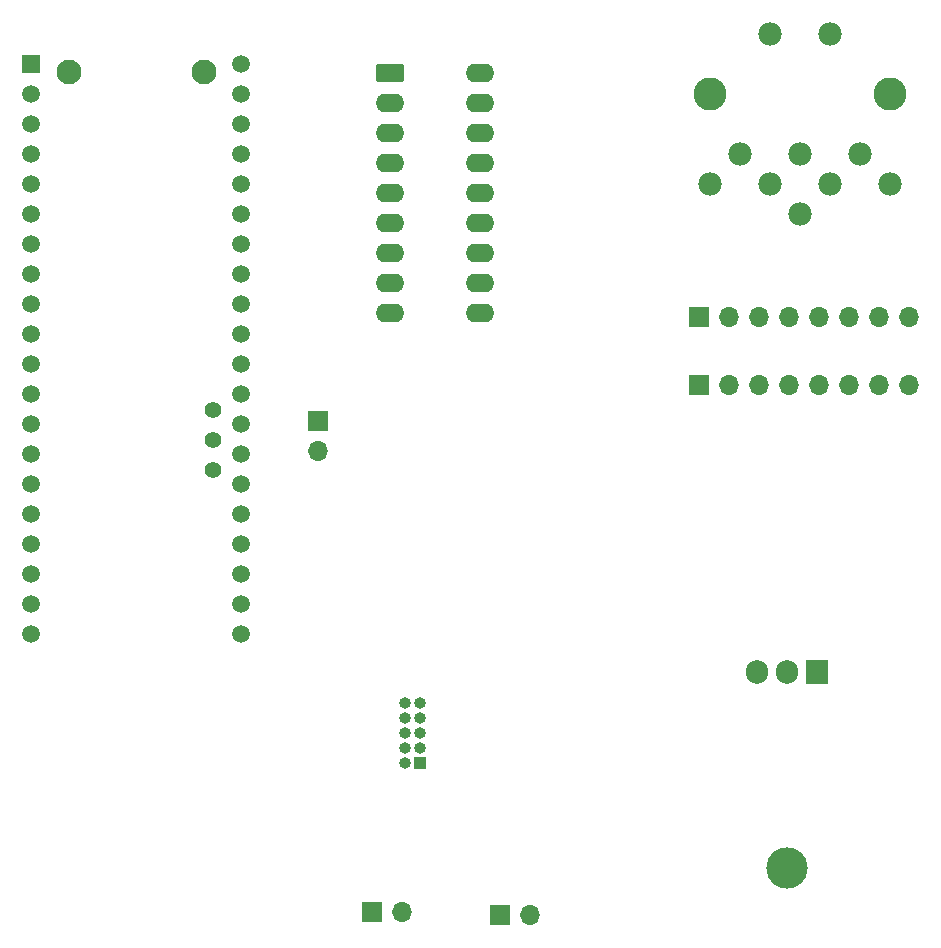
<source format=gbr>
%TF.GenerationSoftware,KiCad,Pcbnew,9.0.0-9.0.0-2~ubuntu24.04.1*%
%TF.CreationDate,2025-03-08T17:31:25+00:00*%
%TF.ProjectId,g5500-net-interface,67353530-302d-46e6-9574-2d696e746572,rev?*%
%TF.SameCoordinates,Original*%
%TF.FileFunction,Soldermask,Bot*%
%TF.FilePolarity,Negative*%
%FSLAX46Y46*%
G04 Gerber Fmt 4.6, Leading zero omitted, Abs format (unit mm)*
G04 Created by KiCad (PCBNEW 9.0.0-9.0.0-2~ubuntu24.04.1) date 2025-03-08 17:31:25*
%MOMM*%
%LPD*%
G01*
G04 APERTURE LIST*
G04 Aperture macros list*
%AMRoundRect*
0 Rectangle with rounded corners*
0 $1 Rounding radius*
0 $2 $3 $4 $5 $6 $7 $8 $9 X,Y pos of 4 corners*
0 Add a 4 corners polygon primitive as box body*
4,1,4,$2,$3,$4,$5,$6,$7,$8,$9,$2,$3,0*
0 Add four circle primitives for the rounded corners*
1,1,$1+$1,$2,$3*
1,1,$1+$1,$4,$5*
1,1,$1+$1,$6,$7*
1,1,$1+$1,$8,$9*
0 Add four rect primitives between the rounded corners*
20,1,$1+$1,$2,$3,$4,$5,0*
20,1,$1+$1,$4,$5,$6,$7,0*
20,1,$1+$1,$6,$7,$8,$9,0*
20,1,$1+$1,$8,$9,$2,$3,0*%
G04 Aperture macros list end*
%ADD10R,1.700000X1.700000*%
%ADD11O,1.700000X1.700000*%
%ADD12C,3.500000*%
%ADD13R,1.905000X2.000000*%
%ADD14O,1.905000X2.000000*%
%ADD15C,1.981200*%
%ADD16C,2.794000*%
%ADD17RoundRect,0.250000X-0.950000X-0.550000X0.950000X-0.550000X0.950000X0.550000X-0.950000X0.550000X0*%
%ADD18O,2.400000X1.600000*%
%ADD19C,1.508000*%
%ADD20R,1.508000X1.508000*%
%ADD21C,2.100000*%
%ADD22C,1.422400*%
%ADD23R,1.000000X1.000000*%
%ADD24O,1.000000X1.000000*%
G04 APERTURE END LIST*
D10*
%TO.C,J6*%
X100050000Y-64970000D03*
D11*
X102590000Y-64970000D03*
X105130000Y-64970000D03*
X107670000Y-64970000D03*
X110210000Y-64970000D03*
X112750000Y-64970000D03*
X115290000Y-64970000D03*
X117830000Y-64970000D03*
%TD*%
D10*
%TO.C,J5*%
X100050000Y-70670000D03*
D11*
X102590000Y-70670000D03*
X105130000Y-70670000D03*
X107670000Y-70670000D03*
X110210000Y-70670000D03*
X112750000Y-70670000D03*
X115290000Y-70670000D03*
X117830000Y-70670000D03*
%TD*%
D12*
%TO.C,U3*%
X107500000Y-111630000D03*
D13*
X110040000Y-94970000D03*
D14*
X107500000Y-94970000D03*
X104960000Y-94970000D03*
%TD*%
D15*
%TO.C,J2*%
X108630000Y-51150000D03*
X103550000Y-51150000D03*
X113710000Y-51150000D03*
X106090000Y-53690000D03*
X111170000Y-53690000D03*
X116250000Y-53690000D03*
X108630000Y-56230000D03*
X101010000Y-53690000D03*
X106090000Y-40990000D03*
X111170000Y-40990000D03*
D16*
X116250000Y-46070000D03*
X101010000Y-46070000D03*
%TD*%
D17*
%TO.C,U4*%
X73900000Y-44300000D03*
D18*
X73900000Y-46840000D03*
X73900000Y-49380000D03*
X73900000Y-51920000D03*
X73900000Y-54460000D03*
X73900000Y-57000000D03*
X73900000Y-59540000D03*
X73900000Y-62080000D03*
X73900000Y-64620000D03*
X81520000Y-64620000D03*
X81520000Y-62080000D03*
X81520000Y-59540000D03*
X81520000Y-57000000D03*
X81520000Y-54460000D03*
X81520000Y-51920000D03*
X81520000Y-49380000D03*
X81520000Y-46840000D03*
X81520000Y-44300000D03*
%TD*%
D19*
%TO.C,U1*%
X61300000Y-91800000D03*
X43520000Y-91800000D03*
X61300000Y-89259970D03*
X43520000Y-89259970D03*
X61300000Y-86719970D03*
X43520000Y-86719970D03*
X61300000Y-84179970D03*
X43520000Y-84179970D03*
X61300000Y-81639970D03*
X43520000Y-81639970D03*
X61300000Y-79099969D03*
X43520000Y-79099969D03*
X61300000Y-76559970D03*
X43520000Y-76559970D03*
X61300000Y-74019970D03*
X43520000Y-74019970D03*
X61300000Y-71479970D03*
X43520000Y-71479970D03*
X61300000Y-68940000D03*
X43520000Y-68940000D03*
X61300000Y-66400000D03*
X43520000Y-66400000D03*
X61300000Y-63860000D03*
X43520000Y-63860000D03*
X61300000Y-61320000D03*
X43520000Y-61320000D03*
X61300000Y-58780000D03*
X43520000Y-58780000D03*
X61300000Y-56240000D03*
X43520000Y-56240000D03*
X61300000Y-53700000D03*
X43520000Y-53700000D03*
X61300000Y-51160000D03*
X43520000Y-51160000D03*
X61300000Y-48620000D03*
X43520000Y-48620000D03*
X61300000Y-46080000D03*
X43520000Y-46080000D03*
X61300000Y-43540000D03*
D20*
X43520000Y-43540000D03*
D21*
X58110020Y-44169900D03*
X46710240Y-44169900D03*
D22*
X58910120Y-77870100D03*
X58910120Y-75330100D03*
X58910120Y-72790100D03*
%TD*%
D10*
%TO.C,J4*%
X72335000Y-115300000D03*
D11*
X74875000Y-115300000D03*
%TD*%
D10*
%TO.C,J3*%
X83235000Y-115600000D03*
D11*
X85775000Y-115600000D03*
%TD*%
D10*
%TO.C,J1*%
X67800000Y-73735000D03*
D11*
X67800000Y-76275000D03*
%TD*%
D23*
%TO.C,J7*%
X76450000Y-102740000D03*
D24*
X75180000Y-102740000D03*
X76450000Y-101470000D03*
X75180000Y-101470000D03*
X76450000Y-100200000D03*
X75180000Y-100200000D03*
X76450000Y-98930000D03*
X75180000Y-98930000D03*
X76450000Y-97660000D03*
X75180000Y-97660000D03*
%TD*%
M02*

</source>
